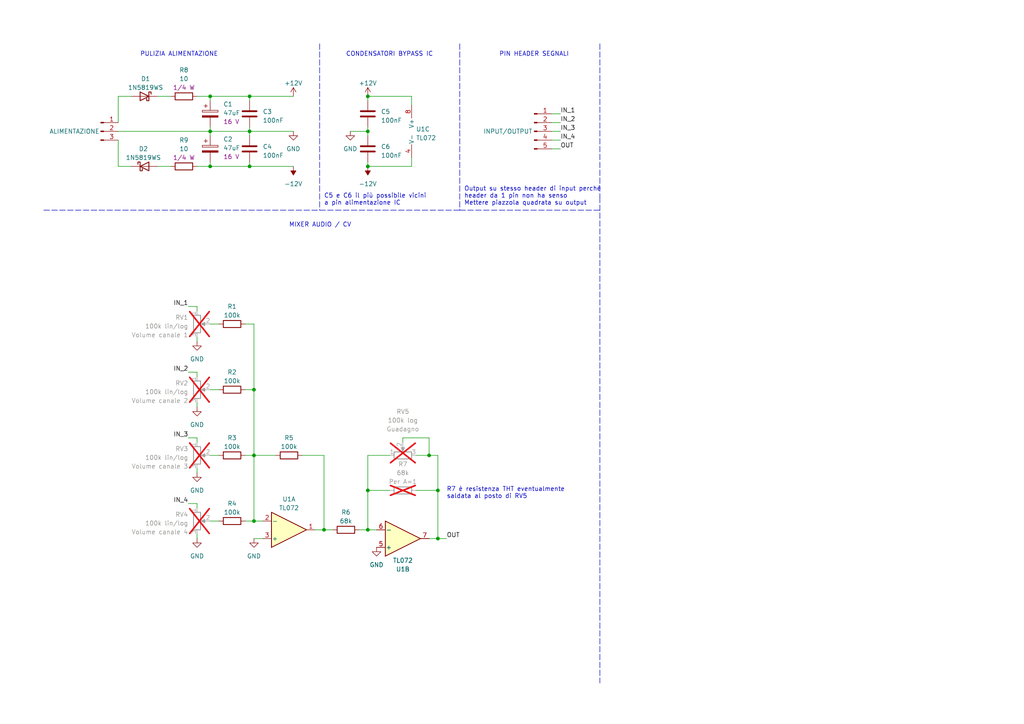
<source format=kicad_sch>
(kicad_sch (version 20230121) (generator eeschema)
  (paper "A4")
  (title_block (title "MIXER AUDIO / CV") (date "2023-03-09") (rev "1"))
  (lib_symbols
    (symbol "Amplifier_Operational:TL072" (pin_names (offset 0.127))
      (property "Reference" "U" (at 0 5.08 0))
      (property "Value" "TL072" (at 0 -5.08 0))
      (symbol "TL072_1_1"
        (polyline (pts (xy -5.08 5.08) (xy 5.08 0) (xy -5.08 -5.08) (xy -5.08 5.08)) (stroke (width 0.254)) (fill (type background)))
        (pin output line (at 7.62 0 180) (length 2.54) (name "~") (number "1"))
        (pin input line (at -7.62 -2.54 0) (length 2.54) (name "-") (number "2"))
        (pin input line (at -7.62 2.54 0) (length 2.54) (name "+") (number "3"))
      )
      (symbol "TL072_2_1"
        (polyline (pts (xy -5.08 5.08) (xy 5.08 0) (xy -5.08 -5.08) (xy -5.08 5.08)) (stroke (width 0.254)) (fill (type background)))
        (pin input line (at -7.62 2.54 0) (length 2.54) (name "+") (number "5"))
        (pin input line (at -7.62 -2.54 0) (length 2.54) (name "-") (number "6"))
        (pin output line (at 7.62 0 180) (length 2.54) (name "~") (number "7"))
      )
      (symbol "TL072_3_1"
        (pin power_in line (at -2.54 -7.62 90) (length 3.81) (name "V-") (number "4"))
        (pin power_in line (at -2.54 7.62 270) (length 3.81) (name "V+") (number "8"))
      )
    )
    (symbol "Connector:Conn_01x03_Pin" (pin_names (offset 1.016) hide)
      (property "Reference" "J" (at 0 5.08 0))
      (property "Value" "Conn_01x03_Pin" (at 0 -5.08 0))
      (symbol "Conn_01x03_Pin_1_1"
        (polyline (pts (xy 1.27 -2.54) (xy 0.8636 -2.54)) (stroke (width 0.1524)))
        (polyline (pts (xy 1.27 0) (xy 0.8636 0)) (stroke (width 0.1524)))
        (polyline (pts (xy 1.27 2.54) (xy 0.8636 2.54)) (stroke (width 0.1524)))
        (rectangle (start 0.8636 -2.413) (end 0 -2.667) (stroke (width 0.1524)) (fill (type outline)))
        (rectangle (start 0.8636 0.127) (end 0 -0.127) (stroke (width 0.1524)) (fill (type outline)))
        (rectangle (start 0.8636 2.667) (end 0 2.413) (stroke (width 0.1524)) (fill (type outline)))
        (pin passive line (at 5.08 2.54 180) (length 3.81) (name "Pin_1") (number "1"))
        (pin passive line (at 5.08 0 180) (length 3.81) (name "Pin_2") (number "2"))
        (pin passive line (at 5.08 -2.54 180) (length 3.81) (name "Pin_3") (number "3"))
      )
    )
    (symbol "Connector:Conn_01x05_Pin" (pin_names (offset 1.016) hide)
      (property "Reference" "J" (at 0 7.62 0))
      (property "Value" "Conn_01x05_Pin" (at 0 -7.62 0))
      (symbol "Conn_01x05_Pin_1_1"
        (polyline (pts (xy 1.27 -5.08) (xy 0.8636 -5.08)) (stroke (width 0.1524)))
        (polyline (pts (xy 1.27 -2.54) (xy 0.8636 -2.54)) (stroke (width 0.1524)))
        (polyline (pts (xy 1.27 0) (xy 0.8636 0)) (stroke (width 0.1524)))
        (polyline (pts (xy 1.27 2.54) (xy 0.8636 2.54)) (stroke (width 0.1524)))
        (polyline (pts (xy 1.27 5.08) (xy 0.8636 5.08)) (stroke (width 0.1524)))
        (rectangle (start 0.8636 -4.953) (end 0 -5.207) (stroke (width 0.1524)) (fill (type outline)))
        (rectangle (start 0.8636 -2.413) (end 0 -2.667) (stroke (width 0.1524)) (fill (type outline)))
        (rectangle (start 0.8636 0.127) (end 0 -0.127) (stroke (width 0.1524)) (fill (type outline)))
        (rectangle (start 0.8636 2.667) (end 0 2.413) (stroke (width 0.1524)) (fill (type outline)))
        (rectangle (start 0.8636 5.207) (end 0 4.953) (stroke (width 0.1524)) (fill (type outline)))
        (pin passive line (at 5.08 5.08 180) (length 3.81) (name "Pin_1") (number "1"))
        (pin passive line (at 5.08 2.54 180) (length 3.81) (name "Pin_2") (number "2"))
        (pin passive line (at 5.08 0 180) (length 3.81) (name "Pin_3") (number "3"))
        (pin passive line (at 5.08 -2.54 180) (length 3.81) (name "Pin_4") (number "4"))
        (pin passive line (at 5.08 -5.08 180) (length 3.81) (name "Pin_5") (number "5"))
      )
    )
    (symbol "Device:C" (pin_numbers hide) (pin_names (offset 0.254))
      (property "Reference" "C" (at 0.635 2.54 0))
      (property "Value" "C" (at 0.635 -2.54 0))
      (symbol "C_0_1"
        (polyline (pts (xy -2.032 -0.762) (xy 2.032 -0.762)) (stroke (width 0.508)))
        (polyline (pts (xy -2.032 0.762) (xy 2.032 0.762)) (stroke (width 0.508)))
      )
      (symbol "C_1_1"
        (pin passive line (at 0 3.81 270) (length 2.794) (name "~") (number "1"))
        (pin passive line (at 0 -3.81 90) (length 2.794) (name "~") (number "2"))
      )
    )
    (symbol "Device:C_Polarized" (pin_numbers hide) (pin_names (offset 0.254))
      (property "Reference" "C" (at 0.635 2.54 0))
      (property "Value" "C_Polarized" (at 0.635 -2.54 0))
      (symbol "C_Polarized_0_1"
        (rectangle (start -2.286 0.508) (end 2.286 1.016))
        (polyline (pts (xy -1.778 2.286) (xy -0.762 2.286)))
        (polyline (pts (xy -1.27 2.794) (xy -1.27 1.778)))
        (rectangle (start 2.286 -0.508) (end -2.286 -1.016) (fill (type outline)))
      )
      (symbol "C_Polarized_1_1"
        (pin passive line (at 0 3.81 270) (length 2.794) (name "~") (number "1"))
        (pin passive line (at 0 -3.81 90) (length 2.794) (name "~") (number "2"))
      )
    )
    (symbol "Device:R" (pin_numbers hide) (pin_names (offset 0))
      (property "Reference" "R" (at 2.032 0 90))
      (property "Value" "R" (at 0 0 90))
      (symbol "R_0_1"
        (rectangle (start -1.016 -2.54) (end 1.016 2.54) (stroke (width 0.254)))
      )
      (symbol "R_1_1"
        (pin passive line (at 0 3.81 270) (length 1.27) (name "~") (number "1"))
        (pin passive line (at 0 -3.81 90) (length 1.27) (name "~") (number "2"))
      )
    )
    (symbol "Device:R_Potentiometer" (pin_names (offset 1.016) hide)
      (property "Reference" "RV" (at -4.445 0 90))
      (property "Value" "R_Potentiometer" (at -2.54 0 90))
      (symbol "R_Potentiometer_0_1"
        (polyline (pts (xy 2.54 0) (xy 1.524 0)))
        (polyline (pts (xy 1.143 0) (xy 2.286 0.508) (xy 2.286 -0.508) (xy 1.143 0)) (fill (type outline)))
        (rectangle (start 1.016 2.54) (end -1.016 -2.54) (stroke (width 0.254)))
      )
      (symbol "R_Potentiometer_1_1"
        (pin passive line (at 0 3.81 270) (length 1.27) (name "1") (number "1"))
        (pin passive line (at 3.81 0 180) (length 1.27) (name "2") (number "2"))
        (pin passive line (at 0 -3.81 90) (length 1.27) (name "3") (number "3"))
      )
    )
    (symbol "Diode:1N5819WS" (pin_numbers hide) (pin_names (offset 1.016) hide)
      (property "Reference" "D" (at 0 2.54 0))
      (property "Value" "1N5819WS" (at 0 -2.54 0))
      (symbol "1N5819WS_0_1"
        (polyline (pts (xy 1.27 0) (xy -1.27 0)))
        (polyline (pts (xy 1.27 1.27) (xy 1.27 -1.27) (xy -1.27 0) (xy 1.27 1.27)) (stroke (width 0.254)))
        (polyline (pts (xy -1.905 0.635) (xy -1.905 1.27) (xy -1.27 1.27) (xy -1.27 -1.27) (xy -0.635 -1.27) (xy -0.635 -0.635)) (stroke (width 0.254)))
      )
      (symbol "1N5819WS_1_1"
        (pin passive line (at -3.81 0 0) (length 2.54) (name "K") (number "1"))
        (pin passive line (at 3.81 0 180) (length 2.54) (name "A") (number "2"))
      )
    )
    (symbol "power:+12V" (power) (pin_names (offset 0))
      (property "Value" "+12V" (at 0 3.556 0))
      (symbol "+12V_0_1"
        (polyline (pts (xy -0.762 1.27) (xy 0 2.54)))
        (polyline (pts (xy 0 0) (xy 0 2.54)))
        (polyline (pts (xy 0 2.54) (xy 0.762 1.27)))
      )
      (symbol "+12V_1_1"
        (pin power_in line (at 0 0 90) (length 0) hide (name "+12V") (number "1"))
      )
    )
    (symbol "power:-12V" (power) (pin_names (offset 0))
      (property "Value" "-12V" (at 0 3.81 0))
      (symbol "-12V_0_0"
        (pin power_in line (at 0 0 90) (length 0) hide (name "-12V") (number "1"))
      )
      (symbol "-12V_0_1"
        (polyline (pts (xy 0 0) (xy 0 1.27) (xy 0.762 1.27) (xy 0 2.54) (xy -0.762 1.27) (xy 0 1.27)) (fill (type outline)))
      )
    )
    (symbol "power:GND" (power) (pin_names (offset 0))
      (property "Value" "GND" (at 0 -3.81 0))
      (symbol "GND_0_1"
        (polyline (pts (xy 0 0) (xy 0 -1.27) (xy 1.27 -1.27) (xy 0 -2.54) (xy -1.27 -1.27) (xy 0 -1.27)))
      )
      (symbol "GND_1_1"
        (pin power_in line (at 0 0 270) (length 0) hide (name "GND") (number "1"))
      )
    )
  )
  (junction (at 72.39 38.1))
  (junction (at 60.96 27.94))
  (junction (at 93.98 153.67))
  (junction (at 73.66 132.08))
  (junction (at 106.68 142.24))
  (junction (at 73.66 113.03))
  (junction (at 124.46 132.08))
  (junction (at 106.68 38.1))
  (junction (at 73.66 151.13))
  (junction (at 60.96 48.26))
  (junction (at 127 142.24))
  (junction (at 60.96 38.1))
  (junction (at 72.39 27.94))
  (junction (at 106.68 153.67))
  (junction (at 127 156.21))
  (junction (at 106.68 27.94))
  (junction (at 106.68 48.26))
  (junction (at 72.39 48.26))
  (polyline (pts (xy 173.99 12.7) (xy 173.99 57.15)) (stroke (width 0) (type dash)))
  (wire (pts (xy 60.96 93.98) (xy 63.5 93.98)))
  (wire (pts (xy 93.98 132.08) (xy 87.63 132.08)))
  (wire (pts (xy 127 156.21) (xy 124.46 156.21)))
  (wire (pts (xy 106.68 142.24) (xy 113.03 142.24)))
  (polyline (pts (xy 173.99 57.15) (xy 173.99 198.12)) (stroke (width 0) (type dash)))
  (wire (pts (xy 160.02 38.1) (xy 162.56 38.1)))
  (wire (pts (xy 127 132.08) (xy 127 142.24)))
  (wire (pts (xy 93.98 153.67) (xy 96.52 153.67)))
  (wire (pts (xy 34.29 40.64) (xy 34.29 48.26)))
  (wire (pts (xy 60.96 48.26) (xy 60.96 46.99)))
  (wire (pts (xy 106.68 132.08) (xy 113.03 132.08)))
  (wire (pts (xy 60.96 151.13) (xy 63.5 151.13)))
  (polyline (pts (xy 12.7 60.96) (xy 92.71 60.96)) (stroke (width 0) (type dash)))
  (wire (pts (xy 60.96 132.08) (xy 63.5 132.08)))
  (wire (pts (xy 124.46 127) (xy 124.46 132.08)))
  (wire (pts (xy 124.46 132.08) (xy 127 132.08)))
  (wire (pts (xy 71.12 151.13) (xy 73.66 151.13)))
  (wire (pts (xy 73.66 151.13) (xy 73.66 132.08)))
  (wire (pts (xy 106.68 153.67) (xy 109.22 153.67)))
  (wire (pts (xy 45.72 27.94) (xy 49.53 27.94)))
  (wire (pts (xy 106.68 48.26) (xy 119.38 48.26)))
  (wire (pts (xy 106.68 46.99) (xy 106.68 48.26)))
  (wire (pts (xy 34.29 27.94) (xy 38.1 27.94)))
  (wire (pts (xy 71.12 132.08) (xy 73.66 132.08)))
  (wire (pts (xy 54.61 127) (xy 57.15 127)))
  (wire (pts (xy 57.15 97.79) (xy 57.15 99.06)))
  (wire (pts (xy 57.15 154.94) (xy 57.15 156.21)))
  (wire (pts (xy 160.02 43.18) (xy 162.56 43.18)))
  (wire (pts (xy 57.15 146.05) (xy 57.15 147.32)))
  (polyline (pts (xy 92.71 60.96) (xy 133.35 60.96)) (stroke (width 0) (type dash)))
  (wire (pts (xy 57.15 127) (xy 57.15 128.27)))
  (wire (pts (xy 127 156.21) (xy 129.54 156.21)))
  (wire (pts (xy 34.29 48.26) (xy 38.1 48.26)))
  (wire (pts (xy 57.15 109.22) (xy 57.15 107.95)))
  (wire (pts (xy 72.39 36.83) (xy 72.39 38.1)))
  (wire (pts (xy 93.98 153.67) (xy 91.44 153.67)))
  (wire (pts (xy 34.29 38.1) (xy 60.96 38.1)))
  (wire (pts (xy 72.39 27.94) (xy 72.39 29.21)))
  (wire (pts (xy 60.96 27.94) (xy 60.96 29.21)))
  (wire (pts (xy 72.39 48.26) (xy 85.09 48.26)))
  (wire (pts (xy 73.66 151.13) (xy 76.2 151.13)))
  (wire (pts (xy 120.65 142.24) (xy 127 142.24)))
  (wire (pts (xy 54.61 88.9) (xy 57.15 88.9)))
  (wire (pts (xy 34.29 35.56) (xy 34.29 27.94)))
  (wire (pts (xy 119.38 27.94) (xy 119.38 30.48)))
  (wire (pts (xy 72.39 48.26) (xy 72.39 46.99)))
  (wire (pts (xy 72.39 27.94) (xy 85.09 27.94)))
  (wire (pts (xy 106.68 27.94) (xy 119.38 27.94)))
  (wire (pts (xy 106.68 38.1) (xy 106.68 39.37)))
  (wire (pts (xy 116.84 127) (xy 124.46 127)))
  (wire (pts (xy 93.98 132.08) (xy 93.98 153.67)))
  (polyline (pts (xy 133.35 12.7) (xy 133.35 60.96)) (stroke (width 0) (type dash)))
  (wire (pts (xy 57.15 48.26) (xy 60.96 48.26)))
  (wire (pts (xy 106.68 36.83) (xy 106.68 38.1)))
  (wire (pts (xy 57.15 27.94) (xy 60.96 27.94)))
  (wire (pts (xy 72.39 38.1) (xy 60.96 38.1)))
  (wire (pts (xy 73.66 113.03) (xy 73.66 93.98)))
  (wire (pts (xy 120.65 132.08) (xy 124.46 132.08)))
  (wire (pts (xy 60.96 48.26) (xy 72.39 48.26)))
  (wire (pts (xy 60.96 27.94) (xy 72.39 27.94)))
  (wire (pts (xy 116.84 128.27) (xy 116.84 127)))
  (wire (pts (xy 106.68 29.21) (xy 106.68 27.94)))
  (wire (pts (xy 73.66 132.08) (xy 80.01 132.08)))
  (wire (pts (xy 160.02 35.56) (xy 162.56 35.56)))
  (wire (pts (xy 60.96 39.37) (xy 60.96 38.1)))
  (wire (pts (xy 73.66 132.08) (xy 73.66 113.03)))
  (wire (pts (xy 160.02 40.64) (xy 162.56 40.64)))
  (wire (pts (xy 73.66 93.98) (xy 71.12 93.98)))
  (wire (pts (xy 106.68 142.24) (xy 106.68 153.67)))
  (wire (pts (xy 127 142.24) (xy 127 156.21)))
  (polyline (pts (xy 92.71 12.7) (xy 92.71 60.96)) (stroke (width 0) (type dash)))
  (wire (pts (xy 71.12 113.03) (xy 73.66 113.03)))
  (wire (pts (xy 72.39 38.1) (xy 85.09 38.1)))
  (wire (pts (xy 101.6 38.1) (xy 106.68 38.1)))
  (wire (pts (xy 119.38 45.72) (xy 119.38 48.26)))
  (wire (pts (xy 57.15 90.17) (xy 57.15 88.9)))
  (wire (pts (xy 104.14 153.67) (xy 106.68 153.67)))
  (wire (pts (xy 57.15 116.84) (xy 57.15 118.11)))
  (wire (pts (xy 54.61 146.05) (xy 57.15 146.05)))
  (wire (pts (xy 57.15 135.89) (xy 57.15 137.16)))
  (wire (pts (xy 72.39 39.37) (xy 72.39 38.1)))
  (wire (pts (xy 60.96 113.03) (xy 63.5 113.03)))
  (polyline (pts (xy 133.35 60.96) (xy 173.99 60.96)) (stroke (width 0) (type dash)))
  (wire (pts (xy 73.66 156.21) (xy 76.2 156.21)))
  (wire (pts (xy 106.68 142.24) (xy 106.68 132.08)))
  (wire (pts (xy 45.72 48.26) (xy 49.53 48.26)))
  (wire (pts (xy 57.15 107.95) (xy 54.61 107.95)))
  (wire (pts (xy 60.96 36.83) (xy 60.96 38.1)))
  (wire (pts (xy 160.02 33.02) (xy 162.56 33.02)))
  (text "PIN HEADER SEGNALI" (at 144.78 16.51 0) (effects (font (size 1.27 1.27)) (justify left bottom)))
  (text "C5 e C6 il più possibile vicini\na pin alimentazione IC" (at 93.98 59.69 0) (effects (font (size 1.27 1.27)) (justify left bottom)))
  (text "Output su stesso header di input perché\nheader da 1 pin non ha senso\nMettere piazzola quadrata su output" (at 134.62 59.69 0) (effects (font (size 1.27 1.27)) (justify left bottom)))
  (text "CONDENSATORI BYPASS IC" (at 100.33 16.51 0) (effects (font (size 1.27 1.27)) (justify left bottom)))
  (text "MIXER AUDIO / CV" (at 83.82 66.04 0) (effects (font (size 1.27 1.27)) (justify left bottom)))
  (text "R7 è resistenza THT eventualmente\nsaldata al posto di RV5" (at 129.54 144.78 0) (effects (font (size 1.27 1.27)) (justify left bottom)))
  (text "PULIZIA ALIMENTAZIONE\n" (at 40.64 16.51 0) (effects (font (size 1.27 1.27)) (justify left bottom)))
  (label "IN_4" (at 54.61 146.05 180))
  (label "IN_1" (at 54.61 88.9 180))
  (label "IN_2" (at 162.56 35.56 0))
  (label "OUT" (at 129.54 156.21 0))
  (label "IN_4" (at 162.56 40.64 0))
  (label "IN_2" (at 54.61 107.95 180))
  (label "IN_3" (at 54.61 127 180))
  (label "OUT" (at 162.56 43.18 0))
  (label "IN_3" (at 162.56 38.1 0))
  (label "IN_1" (at 162.56 33.02 0))
  (symbol (lib_id "Device:C") (at 106.68 43.18 0) (unit 1)
    (property "Reference" "C6" (at 110.49 42.545 0) (effects (justify left)))
    (property "Value" "100nF" (at 110.49 45.085 0) (effects (justify left)))
    (property "Footprint" "Capacitor_SMD:C_0402_1005Metric" (effects hide))
    (property "Datasheet" "CL05B104KO5NNNC" (effects hide))
  )
  (symbol (lib_id "Device:C") (at 72.39 33.02 0) (unit 1)
    (property "Reference" "C3" (at 76.2 32.385 0) (effects (justify left)))
    (property "Value" "100nF" (at 76.2 34.925 0) (effects (justify left)))
    (property "Footprint" "Capacitor_SMD:C_0402_1005Metric" (effects hide))
    (property "Datasheet" "CL05B104KO5NNNC" (effects hide))
  )
  (symbol (lib_id "Device:R") (at 53.34 48.26 270) (unit 1)
    (property "Reference" "R9" (at 53.34 40.64 90))
    (property "Value" "10" (at 53.34 43.18 90))
    (property "Footprint" "Resistor_SMD:R_1206_3216Metric" (effects hide))
    (property "Datasheet" "1206W4F100JT5E" (effects hide))
    (property "Power Rating" "1/4 W" (at 53.34 45.72 90))
  )
  (symbol (lib_id "Connector:Conn_01x05_Pin") (at 154.94 38.1 0) (unit 1)
    (property "Reference" "J2" (effects hide))
    (property "Value" "INPUT/OUTPUT" (at 147.32 38.1 0))
    (property "Footprint" "Connector_PinHeader_2.54mm:PinHeader_1x05_P2.54mm_Vertical" (effects hide))
  )
  (symbol (lib_id "power:GND") (at 57.15 118.11 0) (unit 1)
    (property "Reference" "#PWR08" (effects hide))
    (property "Value" "GND" (at 57.15 123.19 0))
  )
  (symbol (lib_id "Connector:Conn_01x03_Pin") (at 29.21 38.1 0) (unit 1)
    (property "Reference" "J1" (effects hide))
    (property "Value" "ALIMENTAZIONE" (at 21.59 38.1 0))
    (property "Footprint" "Connector_PinHeader_2.54mm:PinHeader_1x03_P2.54mm_Vertical" (effects hide))
  )
  (symbol (lib_id "power:-12V") (at 85.09 48.26 180) (unit 1)
    (property "Reference" "#PWR03" (effects hide))
    (property "Value" "-12V" (at 85.09 53.34 0))
  )
  (symbol (lib_id "power:GND") (at 57.15 156.21 0) (unit 1)
    (property "Reference" "#PWR010" (effects hide))
    (property "Value" "GND" (at 57.15 161.29 0))
  )
  (symbol (lib_id "Amplifier_Operational:TL072") (at 121.92 38.1 0) (unit 3)
    (property "Reference" "U1" (at 120.65 37.465 0) (effects (justify left)))
    (property "Value" "TL072" (at 120.65 40.005 0) (effects (justify left)))
    (property "Footprint" "Package_SO:SO-8_3.9x4.9mm_P1.27mm" (effects hide))
    (property "Datasheet" "TL072CDT" (effects hide))
  )
  (symbol (lib_id "power:GND") (at 57.15 137.16 0) (unit 1)
    (property "Reference" "#PWR09" (effects hide))
    (property "Value" "GND" (at 57.15 142.24 0))
  )
  (symbol (lib_id "power:+12V") (at 106.68 27.94 0) (unit 1)
    (property "Reference" "#PWR05" (effects hide))
    (property "Value" "+12V" (at 106.68 24.13 0))
  )
  (symbol (lib_id "Amplifier_Operational:TL072") (at 116.84 156.21 0) (mirror x) (unit 2)
    (property "Reference" "U1" (at 116.84 165.1 0))
    (property "Value" "TL072" (at 116.84 162.56 0))
    (property "Footprint" "Package_SO:SO-8_3.9x4.9mm_P1.27mm" (effects hide))
    (property "Datasheet" "TL072CDT" (effects hide))
  )
  (symbol (lib_id "Device:R") (at 53.34 27.94 270) (unit 1)
    (property "Reference" "R8" (at 53.34 20.32 90))
    (property "Value" "10" (at 53.34 22.86 90))
    (property "Footprint" "Resistor_SMD:R_1206_3216Metric" (effects hide))
    (property "Datasheet" "1206W4F100JT5E" (effects hide))
    (property "Power Rating" "1/4 W" (at 53.34 25.4 90))
  )
  (symbol (lib_id "Device:C") (at 106.68 33.02 0) (unit 1)
    (property "Reference" "C5" (at 110.49 32.385 0) (effects (justify left)))
    (property "Value" "100nF" (at 110.49 34.925 0) (effects (justify left)))
    (property "Footprint" "Capacitor_SMD:C_0402_1005Metric" (effects hide))
    (property "Datasheet" "CL05B104KO5NNNC" (effects hide))
  )
  (symbol (lib_id "power:+12V") (at 85.09 27.94 0) (unit 1)
    (property "Reference" "#PWR01" (effects hide))
    (property "Value" "+12V" (at 85.09 24.13 0))
  )
  (symbol (lib_id "Device:C") (at 72.39 43.18 0) (unit 1)
    (property "Reference" "C4" (at 76.2 42.545 0) (effects (justify left)))
    (property "Value" "100nF" (at 76.2 45.085 0) (effects (justify left)))
    (property "Footprint" "Capacitor_SMD:C_0402_1005Metric" (effects hide))
    (property "Datasheet" "CL05B104KO5NNNC" (effects hide))
  )
  (symbol (lib_id "Device:R_Potentiometer") (at 57.15 151.13 0) (unit 1) (in_bom no) (dnp yes)
    (property "Reference" "RV4" (at 54.61 149.225 0) (effects (justify right)))
    (property "Value" "100k lin/log" (at 54.61 151.765 0) (effects (justify right)))
    (property "Footprint" "Connector_PinHeader_2.54mm:PinHeader_1x03_P2.54mm_Vertical" (effects hide))
    (property "Control" "Volume canale 4" (at 54.61 154.305 0) (effects (justify right)))
  )
  (symbol (lib_id "Diode:1N5819WS") (at 41.91 27.94 0) (mirror y) (unit 1)
    (property "Reference" "D1" (at 42.2275 22.86 0))
    (property "Value" "1N5819WS" (at 42.2275 25.4 0))
    (property "Footprint" "Diode_SMD:D_SOD-323" (effects hide))
  )
  (symbol (lib_id "Device:R") (at 67.31 132.08 90) (unit 1)
    (property "Reference" "R3" (at 67.31 127 90))
    (property "Value" "100k" (at 67.31 129.54 90))
    (property "Footprint" "Resistor_SMD:R_0402_1005Metric" (effects hide))
    (property "Datasheet" "0402WGF1003TCE" (effects hide))
  )
  (symbol (lib_id "power:GND") (at 109.22 158.75 0) (unit 1)
    (property "Reference" "#PWR012" (effects hide))
    (property "Value" "GND" (at 109.22 163.83 0))
  )
  (symbol (lib_id "Amplifier_Operational:TL072") (at 83.82 153.67 0) (mirror x) (unit 1)
    (property "Reference" "U1" (at 83.82 144.78 0))
    (property "Value" "TL072" (at 83.82 147.32 0))
    (property "Footprint" "Package_SO:SO-8_3.9x4.9mm_P1.27mm" (effects hide))
    (property "Datasheet" "TL072CDT" (effects hide))
  )
  (symbol (lib_id "Device:C_Polarized") (at 60.96 43.18 0) (unit 1)
    (property "Reference" "C2" (at 64.77 40.386 0) (effects (justify left)))
    (property "Value" "47uF" (at 64.77 42.926 0) (effects (justify left)))
    (property "Footprint" "Capacitor_Tantalum_SMD:CP_EIA-3528-12_Kemet-T" (effects hide))
    (property "Datasheet" "CA45-B-16V-47uF-K" (effects hide))
    (property "Voltage Rating" "16 V" (at 64.77 45.466 0) (effects (justify left)))
  )
  (symbol (lib_id "power:GND") (at 57.15 99.06 0) (unit 1)
    (property "Reference" "#PWR07" (effects hide))
    (property "Value" "GND" (at 57.15 104.14 0))
  )
  (symbol (lib_id "power:-12V") (at 106.68 48.26 180) (unit 1)
    (property "Reference" "#PWR06" (effects hide))
    (property "Value" "-12V" (at 106.68 53.34 0))
  )
  (symbol (lib_id "power:GND") (at 73.66 156.21 0) (unit 1)
    (property "Reference" "#PWR011" (effects hide))
    (property "Value" "GND" (at 73.66 161.29 0))
  )
  (symbol (lib_id "Device:R") (at 67.31 151.13 90) (unit 1)
    (property "Reference" "R4" (at 67.31 146.05 90))
    (property "Value" "100k" (at 67.31 148.59 90))
    (property "Footprint" "Resistor_SMD:R_0402_1005Metric" (effects hide))
    (property "Datasheet" "0402WGF1003TCE" (effects hide))
  )
  (symbol (lib_id "Device:R") (at 100.33 153.67 90) (unit 1)
    (property "Reference" "R6" (at 100.33 148.59 90))
    (property "Value" "68k" (at 100.33 151.13 90))
    (property "Footprint" "Resistor_SMD:R_0402_1005Metric" (effects hide))
    (property "Datasheet" "0402WGF6802TCE" (effects hide))
  )
  (symbol (lib_id "Device:C_Polarized") (at 60.96 33.02 0) (unit 1)
    (property "Reference" "C1" (at 64.77 30.226 0) (effects (justify left)))
    (property "Value" "47uF" (at 64.77 32.766 0) (effects (justify left)))
    (property "Footprint" "Capacitor_Tantalum_SMD:CP_EIA-3528-12_Kemet-T" (effects hide))
    (property "Datasheet" "CA45-B-16V-47uF-K" (effects hide))
    (property "Voltage Rating" "16 V" (at 64.77 35.306 0) (effects (justify left)))
  )
  (symbol (lib_id "Diode:1N5819WS") (at 41.91 48.26 0) (unit 1)
    (property "Reference" "D2" (at 41.5925 43.18 0))
    (property "Value" "1N5819WS" (at 41.5925 45.72 0))
    (property "Footprint" "Diode_SMD:D_SOD-323" (effects hide))
  )
  (symbol (lib_id "Device:R") (at 67.31 93.98 90) (unit 1)
    (property "Reference" "R1" (at 67.31 88.9 90))
    (property "Value" "100k" (at 67.31 91.44 90))
    (property "Footprint" "Resistor_SMD:R_0402_1005Metric" (effects hide))
    (property "Datasheet" "0402WGF1003TCE" (effects hide))
  )
  (symbol (lib_id "power:GND") (at 101.6 38.1 0) (unit 1)
    (property "Reference" "#PWR04" (effects hide))
    (property "Value" "GND" (at 101.6 43.18 0))
  )
  (symbol (lib_id "Device:R") (at 83.82 132.08 90) (unit 1)
    (property "Reference" "R5" (at 83.82 127 90))
    (property "Value" "100k" (at 83.82 129.54 90))
    (property "Footprint" "Resistor_SMD:R_0402_1005Metric" (effects hide))
    (property "Datasheet" "0402WGF1003TCE" (effects hide))
  )
  (symbol (lib_id "Device:R_Potentiometer") (at 57.15 132.08 0) (unit 1) (in_bom no) (dnp yes)
    (property "Reference" "RV3" (at 54.61 130.175 0) (effects (justify right)))
    (property "Value" "100k lin/log" (at 54.61 132.715 0) (effects (justify right)))
    (property "Footprint" "Connector_PinHeader_2.54mm:PinHeader_1x03_P2.54mm_Vertical" (effects hide))
    (property "Control" "Volume canale 3" (at 54.61 135.255 0) (effects (justify right)))
  )
  (symbol (lib_id "Device:R") (at 116.84 142.24 90) (unit 1) (in_bom no) (on_board no) (dnp yes)
    (property "Reference" "R7" (at 116.84 134.62 90))
    (property "Value" "68k" (at 116.84 137.16 90))
    (property "Control" "Per A=1" (at 116.84 139.7 90))
  )
  (symbol (lib_id "Device:R") (at 67.31 113.03 90) (unit 1)
    (property "Reference" "R2" (at 67.31 107.95 90))
    (property "Value" "100k" (at 67.31 110.49 90))
    (property "Footprint" "Resistor_SMD:R_0402_1005Metric" (effects hide))
    (property "Datasheet" "0402WGF1003TCE" (effects hide))
  )
  (symbol (lib_id "Device:R_Potentiometer") (at 116.84 132.08 90) (unit 1) (in_bom no) (dnp yes)
    (property "Reference" "RV5" (at 116.84 119.38 90))
    (property "Value" "100k log" (at 116.84 121.92 90))
    (property "Footprint" "Connector_PinHeader_2.54mm:PinHeader_1x03_P2.54mm_Vertical" (effects hide))
    (property "Control" "Guadagno" (at 116.84 124.46 90))
  )
  (symbol (lib_id "Device:R_Potentiometer") (at 57.15 93.98 0) (unit 1) (in_bom no) (dnp yes)
    (property "Reference" "RV1" (at 54.61 92.075 0) (effects (justify right)))
    (property "Value" "100k lin/log" (at 54.61 94.615 0) (effects (justify right)))
    (property "Footprint" "Connector_PinHeader_2.54mm:PinHeader_1x03_P2.54mm_Vertical" (effects hide))
    (property "Control" "Volume canale 1" (at 54.61 97.155 0) (effects (justify right)))
  )
  (symbol (lib_id "Device:R_Potentiometer") (at 57.15 113.03 0) (unit 1) (in_bom no) (dnp yes)
    (property "Reference" "RV2" (at 54.61 111.125 0) (effects (justify right)))
    (property "Value" "100k lin/log" (at 54.61 113.665 0) (effects (justify right)))
    (property "Footprint" "Connector_PinHeader_2.54mm:PinHeader_1x03_P2.54mm_Vertical" (effects hide))
    (property "Control" "Volume canale 2" (at 54.61 116.205 0) (effects (justify right)))
  )
  (symbol (lib_id "power:GND") (at 85.09 38.1 0) (unit 1)
    (property "Reference" "#PWR02" (effects hide))
    (property "Value" "GND" (at 85.09 43.18 0))
  )
)
</source>
